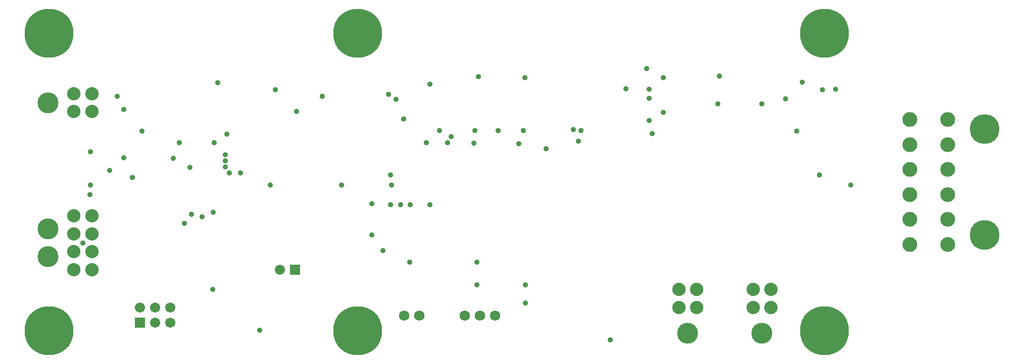
<source format=gbs>
G04*
G04 #@! TF.GenerationSoftware,Altium Limited,Altium Designer,19.0.15 (446)*
G04*
G04 Layer_Color=16711935*
%FSLAX25Y25*%
%MOIN*%
G70*
G01*
G75*
%ADD52C,0.13811*%
%ADD53C,0.08800*%
%ADD54C,0.06800*%
%ADD55C,0.19685*%
%ADD56C,0.09800*%
%ADD57R,0.06706X0.06706*%
%ADD58C,0.06706*%
%ADD59C,0.32300*%
%ADD60C,0.03556*%
D52*
X19685Y92004D02*
D03*
Y73500D02*
D03*
X490685Y23000D02*
D03*
X19685Y175406D02*
D03*
X441685Y23000D02*
D03*
D53*
X48504Y100469D02*
D03*
X36685D02*
D03*
X48504Y65035D02*
D03*
X36685D02*
D03*
Y76846D02*
D03*
Y88657D02*
D03*
X48504Y76846D02*
D03*
Y88657D02*
D03*
X496591Y40000D02*
D03*
X484780D02*
D03*
X496591Y51819D02*
D03*
X484780D02*
D03*
X36685Y169500D02*
D03*
Y181311D02*
D03*
X48504Y169500D02*
D03*
Y181311D02*
D03*
X447590Y40000D02*
D03*
X435779D02*
D03*
X447590Y51819D02*
D03*
X435779D02*
D03*
D54*
X294685Y34500D02*
D03*
X304685D02*
D03*
X314685D02*
D03*
X264685D02*
D03*
X254685D02*
D03*
D55*
X637685Y158000D02*
D03*
Y88000D02*
D03*
D56*
X588185Y164250D02*
D03*
Y147750D02*
D03*
Y131250D02*
D03*
Y114750D02*
D03*
Y98250D02*
D03*
Y81750D02*
D03*
X613185Y164250D02*
D03*
Y147750D02*
D03*
Y131250D02*
D03*
Y114750D02*
D03*
Y98250D02*
D03*
Y81750D02*
D03*
D57*
X182685Y65000D02*
D03*
X80185Y30000D02*
D03*
D58*
X172685Y65000D02*
D03*
X80185Y40000D02*
D03*
X90185Y30000D02*
D03*
Y40000D02*
D03*
X100185Y30000D02*
D03*
Y40000D02*
D03*
D59*
X531996Y24500D02*
D03*
X223925D02*
D03*
X20185D02*
D03*
X531996Y221350D02*
D03*
X223925D02*
D03*
X20185D02*
D03*
D60*
X233185Y88000D02*
D03*
X271685Y108000D02*
D03*
X258685D02*
D03*
X114185Y101500D02*
D03*
X416185Y163500D02*
D03*
X418185Y155000D02*
D03*
X416185Y184189D02*
D03*
X530573Y184000D02*
D03*
X517185Y189000D02*
D03*
X539185Y184189D02*
D03*
X136685Y137000D02*
D03*
Y141000D02*
D03*
X348185Y145000D02*
D03*
X139185Y129000D02*
D03*
X146685D02*
D03*
X136685Y133000D02*
D03*
X244374Y181000D02*
D03*
X249185Y177500D02*
D03*
X200685Y179500D02*
D03*
X169685Y184000D02*
D03*
X131685Y188500D02*
D03*
X183685Y169500D02*
D03*
X137685Y154500D02*
D03*
X334185Y192000D02*
D03*
X303685Y192500D02*
D03*
X271685Y187500D02*
D03*
X166185Y121000D02*
D03*
X506185Y177957D02*
D03*
X513685Y156500D02*
D03*
X462661Y193000D02*
D03*
X490685Y174500D02*
D03*
X528573Y127500D02*
D03*
X245685D02*
D03*
X300685Y148500D02*
D03*
X330185Y148150D02*
D03*
X129185Y148799D02*
D03*
X416185Y178350D02*
D03*
X109685Y95500D02*
D03*
X106185Y148799D02*
D03*
X102185Y138500D02*
D03*
X240685Y77500D02*
D03*
X301185Y157000D02*
D03*
X283185Y149000D02*
D03*
X278023Y157000D02*
D03*
X285685Y153000D02*
D03*
X69685Y171000D02*
D03*
Y139000D02*
D03*
X369685Y150114D02*
D03*
X371185Y157000D02*
D03*
X366185Y157500D02*
D03*
X269185Y149000D02*
D03*
X258185Y70000D02*
D03*
X113185Y132500D02*
D03*
X159185Y25000D02*
D03*
X128185Y51819D02*
D03*
X252185Y108000D02*
D03*
X246185Y121000D02*
D03*
X245685Y108000D02*
D03*
X233185Y108500D02*
D03*
X42685Y82500D02*
D03*
X47685Y143000D02*
D03*
X213185Y121000D02*
D03*
X549185D02*
D03*
X75185Y126000D02*
D03*
X47560Y121000D02*
D03*
X47310Y114500D02*
D03*
X254185Y164500D02*
D03*
X81685Y156500D02*
D03*
X65185Y179500D02*
D03*
X60185Y130500D02*
D03*
X316685Y157000D02*
D03*
X333185D02*
D03*
X121185Y100000D02*
D03*
X128685Y103000D02*
D03*
X414685Y198000D02*
D03*
X400835Y184500D02*
D03*
X425685Y192000D02*
D03*
Y169000D02*
D03*
X461685Y174500D02*
D03*
X302685Y70000D02*
D03*
X390685Y18500D02*
D03*
X334685Y55000D02*
D03*
Y43116D02*
D03*
X302685Y55000D02*
D03*
M02*

</source>
